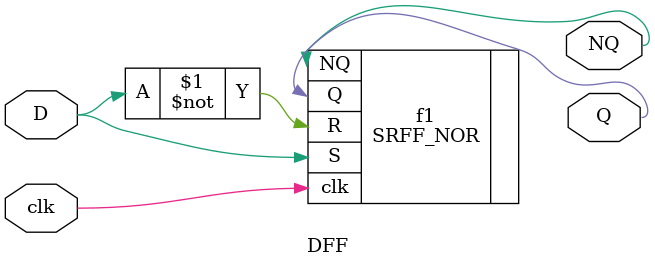
<source format=v>
`timescale 1ns / 1ps

module DFF (
    input D, clk,
    output Q, NQ
);

SRFF_NOR f1(.S (D), .R (~D), .clk (clk), .Q (Q) , .NQ (NQ));

endmodule
</source>
